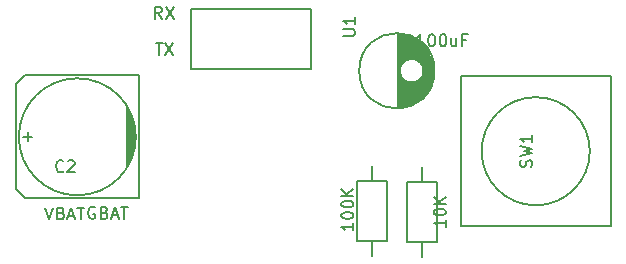
<source format=gto>
G04 #@! TF.FileFunction,Legend,Top*
%FSLAX46Y46*%
G04 Gerber Fmt 4.6, Leading zero omitted, Abs format (unit mm)*
G04 Created by KiCad (PCBNEW 4.0.2+e4-6225~38~ubuntu16.04.1-stable) date 2016년 06월 28일 (화) 오후 06시 01분 50초*
%MOMM*%
G01*
G04 APERTURE LIST*
%ADD10C,0.100000*%
%ADD11C,0.150000*%
%ADD12C,0.152400*%
G04 APERTURE END LIST*
D10*
D11*
X92358600Y-57963400D02*
X92358600Y-64261400D01*
X92498600Y-57969400D02*
X92498600Y-64255400D01*
X92638600Y-57982400D02*
X92638600Y-60666400D01*
X92638600Y-61558400D02*
X92638600Y-64242400D01*
X92778600Y-58001400D02*
X92778600Y-60456400D01*
X92778600Y-61768400D02*
X92778600Y-64223400D01*
X92918600Y-58027400D02*
X92918600Y-60323400D01*
X92918600Y-61901400D02*
X92918600Y-64197400D01*
X93058600Y-58059400D02*
X93058600Y-60232400D01*
X93058600Y-61992400D02*
X93058600Y-64165400D01*
X93198600Y-58098400D02*
X93198600Y-60170400D01*
X93198600Y-62054400D02*
X93198600Y-64126400D01*
X93338600Y-58144400D02*
X93338600Y-60131400D01*
X93338600Y-62093400D02*
X93338600Y-64080400D01*
X93478600Y-58197400D02*
X93478600Y-60114400D01*
X93478600Y-62110400D02*
X93478600Y-64027400D01*
X93618600Y-58259400D02*
X93618600Y-60116400D01*
X93618600Y-62108400D02*
X93618600Y-63965400D01*
X93758600Y-58329400D02*
X93758600Y-60138400D01*
X93758600Y-62086400D02*
X93758600Y-63895400D01*
X93898600Y-58408400D02*
X93898600Y-60181400D01*
X93898600Y-62043400D02*
X93898600Y-63816400D01*
X94038600Y-58496400D02*
X94038600Y-60249400D01*
X94038600Y-61975400D02*
X94038600Y-63728400D01*
X94178600Y-58596400D02*
X94178600Y-60348400D01*
X94178600Y-61876400D02*
X94178600Y-63628400D01*
X94318600Y-58708400D02*
X94318600Y-60493400D01*
X94318600Y-61731400D02*
X94318600Y-63516400D01*
X94458600Y-58833400D02*
X94458600Y-60732400D01*
X94458600Y-61492400D02*
X94458600Y-63391400D01*
X94598600Y-58976400D02*
X94598600Y-63248400D01*
X94738600Y-59138400D02*
X94738600Y-63086400D01*
X94878600Y-59326400D02*
X94878600Y-62898400D01*
X95018600Y-59549400D02*
X95018600Y-62675400D01*
X95158600Y-59825400D02*
X95158600Y-62399400D01*
X95298600Y-60200400D02*
X95298600Y-62024400D01*
X94533600Y-61112400D02*
G75*
G03X94533600Y-61112400I-1000000J0D01*
G01*
X95471100Y-61112400D02*
G75*
G03X95471100Y-61112400I-3187500J0D01*
G01*
X70053200Y-65684400D02*
X70053200Y-67716400D01*
X69926200Y-68097400D02*
X69926200Y-65176400D01*
X69799200Y-64922400D02*
X69799200Y-68478400D01*
X69672200Y-68859400D02*
X69672200Y-64541400D01*
X69545200Y-64287400D02*
X69545200Y-69113400D01*
X69418200Y-69240400D02*
X69418200Y-64160400D01*
X70434200Y-71907400D02*
X70434200Y-61493400D01*
X70434200Y-61493400D02*
X60782200Y-61493400D01*
X60782200Y-61493400D02*
X60020200Y-62255400D01*
X60020200Y-62255400D02*
X60020200Y-71145400D01*
X60020200Y-71145400D02*
X60782200Y-71907400D01*
X60782200Y-71907400D02*
X70434200Y-71907400D01*
X60655200Y-66700400D02*
X61417200Y-66700400D01*
X61036200Y-67081400D02*
X61036200Y-66319400D01*
X70180200Y-66700400D02*
G75*
G03X70180200Y-66700400I-4953000J0D01*
G01*
X95707200Y-70510400D02*
X95707200Y-75590400D01*
X95707200Y-75590400D02*
X93167200Y-75590400D01*
X93167200Y-75590400D02*
X93167200Y-70510400D01*
X93167200Y-70510400D02*
X95707200Y-70510400D01*
X94437200Y-70510400D02*
X94437200Y-69240400D01*
X94437200Y-75590400D02*
X94437200Y-76860400D01*
X88900000Y-75539600D02*
X88900000Y-70459600D01*
X88900000Y-70459600D02*
X91440000Y-70459600D01*
X91440000Y-70459600D02*
X91440000Y-75539600D01*
X91440000Y-75539600D02*
X88900000Y-75539600D01*
X90170000Y-75539600D02*
X90170000Y-76809600D01*
X90170000Y-70459600D02*
X90170000Y-69189600D01*
D12*
X84988400Y-58420000D02*
X84988400Y-55880000D01*
X84988400Y-55880000D02*
X82448400Y-55880000D01*
X82448400Y-55880000D02*
X74828400Y-55880000D01*
X74828400Y-55880000D02*
X74828400Y-60960000D01*
X74828400Y-60960000D02*
X84988400Y-60960000D01*
X84988400Y-60960000D02*
X84988400Y-58420000D01*
D11*
X108617050Y-67919600D02*
G75*
G03X108617050Y-67919600I-4579050J0D01*
G01*
X97688000Y-74269600D02*
X97688000Y-61569600D01*
X97688000Y-61569600D02*
X110388000Y-61569600D01*
X110388000Y-61569600D02*
X110388000Y-74269600D01*
X110388000Y-74269600D02*
X97688000Y-74269600D01*
X94565981Y-59024781D02*
X93994552Y-59024781D01*
X94280266Y-59024781D02*
X94280266Y-58024781D01*
X94185028Y-58167638D01*
X94089790Y-58262876D01*
X93994552Y-58310495D01*
X95185028Y-58024781D02*
X95280267Y-58024781D01*
X95375505Y-58072400D01*
X95423124Y-58120019D01*
X95470743Y-58215257D01*
X95518362Y-58405733D01*
X95518362Y-58643829D01*
X95470743Y-58834305D01*
X95423124Y-58929543D01*
X95375505Y-58977162D01*
X95280267Y-59024781D01*
X95185028Y-59024781D01*
X95089790Y-58977162D01*
X95042171Y-58929543D01*
X94994552Y-58834305D01*
X94946933Y-58643829D01*
X94946933Y-58405733D01*
X94994552Y-58215257D01*
X95042171Y-58120019D01*
X95089790Y-58072400D01*
X95185028Y-58024781D01*
X96137409Y-58024781D02*
X96232648Y-58024781D01*
X96327886Y-58072400D01*
X96375505Y-58120019D01*
X96423124Y-58215257D01*
X96470743Y-58405733D01*
X96470743Y-58643829D01*
X96423124Y-58834305D01*
X96375505Y-58929543D01*
X96327886Y-58977162D01*
X96232648Y-59024781D01*
X96137409Y-59024781D01*
X96042171Y-58977162D01*
X95994552Y-58929543D01*
X95946933Y-58834305D01*
X95899314Y-58643829D01*
X95899314Y-58405733D01*
X95946933Y-58215257D01*
X95994552Y-58120019D01*
X96042171Y-58072400D01*
X96137409Y-58024781D01*
X97327886Y-58358114D02*
X97327886Y-59024781D01*
X96899314Y-58358114D02*
X96899314Y-58881924D01*
X96946933Y-58977162D01*
X97042171Y-59024781D01*
X97185029Y-59024781D01*
X97280267Y-58977162D01*
X97327886Y-58929543D01*
X98137410Y-58500971D02*
X97804076Y-58500971D01*
X97804076Y-59024781D02*
X97804076Y-58024781D01*
X98280267Y-58024781D01*
X64044534Y-69597543D02*
X63996915Y-69645162D01*
X63854058Y-69692781D01*
X63758820Y-69692781D01*
X63615962Y-69645162D01*
X63520724Y-69549924D01*
X63473105Y-69454686D01*
X63425486Y-69264210D01*
X63425486Y-69121352D01*
X63473105Y-68930876D01*
X63520724Y-68835638D01*
X63615962Y-68740400D01*
X63758820Y-68692781D01*
X63854058Y-68692781D01*
X63996915Y-68740400D01*
X64044534Y-68788019D01*
X64425486Y-68788019D02*
X64473105Y-68740400D01*
X64568343Y-68692781D01*
X64806439Y-68692781D01*
X64901677Y-68740400D01*
X64949296Y-68788019D01*
X64996915Y-68883257D01*
X64996915Y-68978495D01*
X64949296Y-69121352D01*
X64377867Y-69692781D01*
X64996915Y-69692781D01*
X96413581Y-73740876D02*
X96413581Y-74312305D01*
X96413581Y-74026591D02*
X95413581Y-74026591D01*
X95556438Y-74121829D01*
X95651676Y-74217067D01*
X95699295Y-74312305D01*
X95413581Y-73121829D02*
X95413581Y-73026590D01*
X95461200Y-72931352D01*
X95508819Y-72883733D01*
X95604057Y-72836114D01*
X95794533Y-72788495D01*
X96032629Y-72788495D01*
X96223105Y-72836114D01*
X96318343Y-72883733D01*
X96365962Y-72931352D01*
X96413581Y-73026590D01*
X96413581Y-73121829D01*
X96365962Y-73217067D01*
X96318343Y-73264686D01*
X96223105Y-73312305D01*
X96032629Y-73359924D01*
X95794533Y-73359924D01*
X95604057Y-73312305D01*
X95508819Y-73264686D01*
X95461200Y-73217067D01*
X95413581Y-73121829D01*
X96413581Y-72359924D02*
X95413581Y-72359924D01*
X96413581Y-71788495D02*
X95842152Y-72217067D01*
X95413581Y-71788495D02*
X95985010Y-72359924D01*
X88590381Y-74013866D02*
X88590381Y-74585295D01*
X88590381Y-74299581D02*
X87590381Y-74299581D01*
X87733238Y-74394819D01*
X87828476Y-74490057D01*
X87876095Y-74585295D01*
X87590381Y-73394819D02*
X87590381Y-73299580D01*
X87638000Y-73204342D01*
X87685619Y-73156723D01*
X87780857Y-73109104D01*
X87971333Y-73061485D01*
X88209429Y-73061485D01*
X88399905Y-73109104D01*
X88495143Y-73156723D01*
X88542762Y-73204342D01*
X88590381Y-73299580D01*
X88590381Y-73394819D01*
X88542762Y-73490057D01*
X88495143Y-73537676D01*
X88399905Y-73585295D01*
X88209429Y-73632914D01*
X87971333Y-73632914D01*
X87780857Y-73585295D01*
X87685619Y-73537676D01*
X87638000Y-73490057D01*
X87590381Y-73394819D01*
X87590381Y-72442438D02*
X87590381Y-72347199D01*
X87638000Y-72251961D01*
X87685619Y-72204342D01*
X87780857Y-72156723D01*
X87971333Y-72109104D01*
X88209429Y-72109104D01*
X88399905Y-72156723D01*
X88495143Y-72204342D01*
X88542762Y-72251961D01*
X88590381Y-72347199D01*
X88590381Y-72442438D01*
X88542762Y-72537676D01*
X88495143Y-72585295D01*
X88399905Y-72632914D01*
X88209429Y-72680533D01*
X87971333Y-72680533D01*
X87780857Y-72632914D01*
X87685619Y-72585295D01*
X87638000Y-72537676D01*
X87590381Y-72442438D01*
X88590381Y-71680533D02*
X87590381Y-71680533D01*
X88590381Y-71109104D02*
X88018952Y-71537676D01*
X87590381Y-71109104D02*
X88161810Y-71680533D01*
X87742781Y-58165905D02*
X88552305Y-58165905D01*
X88647543Y-58118286D01*
X88695162Y-58070667D01*
X88742781Y-57975429D01*
X88742781Y-57784952D01*
X88695162Y-57689714D01*
X88647543Y-57642095D01*
X88552305Y-57594476D01*
X87742781Y-57594476D01*
X88742781Y-56594476D02*
X88742781Y-57165905D01*
X88742781Y-56880191D02*
X87742781Y-56880191D01*
X87885638Y-56975429D01*
X87980876Y-57070667D01*
X88028495Y-57165905D01*
X72375734Y-56687981D02*
X72042400Y-56211790D01*
X71804305Y-56687981D02*
X71804305Y-55687981D01*
X72185258Y-55687981D01*
X72280496Y-55735600D01*
X72328115Y-55783219D01*
X72375734Y-55878457D01*
X72375734Y-56021314D01*
X72328115Y-56116552D01*
X72280496Y-56164171D01*
X72185258Y-56211790D01*
X71804305Y-56211790D01*
X72709067Y-55687981D02*
X73375734Y-56687981D01*
X73375734Y-55687981D02*
X72709067Y-56687981D01*
X71882095Y-58786781D02*
X72453524Y-58786781D01*
X72167809Y-59786781D02*
X72167809Y-58786781D01*
X72691619Y-58786781D02*
X73358286Y-59786781D01*
X73358286Y-58786781D02*
X72691619Y-59786781D01*
X62517543Y-72687181D02*
X62850876Y-73687181D01*
X63184210Y-72687181D01*
X63850877Y-73163371D02*
X63993734Y-73210990D01*
X64041353Y-73258610D01*
X64088972Y-73353848D01*
X64088972Y-73496705D01*
X64041353Y-73591943D01*
X63993734Y-73639562D01*
X63898496Y-73687181D01*
X63517543Y-73687181D01*
X63517543Y-72687181D01*
X63850877Y-72687181D01*
X63946115Y-72734800D01*
X63993734Y-72782419D01*
X64041353Y-72877657D01*
X64041353Y-72972895D01*
X63993734Y-73068133D01*
X63946115Y-73115752D01*
X63850877Y-73163371D01*
X63517543Y-73163371D01*
X64469924Y-73401467D02*
X64946115Y-73401467D01*
X64374686Y-73687181D02*
X64708019Y-72687181D01*
X65041353Y-73687181D01*
X65231829Y-72687181D02*
X65803258Y-72687181D01*
X65517543Y-73687181D02*
X65517543Y-72687181D01*
X66719581Y-72684000D02*
X66624343Y-72636381D01*
X66481486Y-72636381D01*
X66338628Y-72684000D01*
X66243390Y-72779238D01*
X66195771Y-72874476D01*
X66148152Y-73064952D01*
X66148152Y-73207810D01*
X66195771Y-73398286D01*
X66243390Y-73493524D01*
X66338628Y-73588762D01*
X66481486Y-73636381D01*
X66576724Y-73636381D01*
X66719581Y-73588762D01*
X66767200Y-73541143D01*
X66767200Y-73207810D01*
X66576724Y-73207810D01*
X67529105Y-73112571D02*
X67671962Y-73160190D01*
X67719581Y-73207810D01*
X67767200Y-73303048D01*
X67767200Y-73445905D01*
X67719581Y-73541143D01*
X67671962Y-73588762D01*
X67576724Y-73636381D01*
X67195771Y-73636381D01*
X67195771Y-72636381D01*
X67529105Y-72636381D01*
X67624343Y-72684000D01*
X67671962Y-72731619D01*
X67719581Y-72826857D01*
X67719581Y-72922095D01*
X67671962Y-73017333D01*
X67624343Y-73064952D01*
X67529105Y-73112571D01*
X67195771Y-73112571D01*
X68148152Y-73350667D02*
X68624343Y-73350667D01*
X68052914Y-73636381D02*
X68386247Y-72636381D01*
X68719581Y-73636381D01*
X68910057Y-72636381D02*
X69481486Y-72636381D01*
X69195771Y-73636381D02*
X69195771Y-72636381D01*
X103680762Y-69252933D02*
X103728381Y-69110076D01*
X103728381Y-68871980D01*
X103680762Y-68776742D01*
X103633143Y-68729123D01*
X103537905Y-68681504D01*
X103442667Y-68681504D01*
X103347429Y-68729123D01*
X103299810Y-68776742D01*
X103252190Y-68871980D01*
X103204571Y-69062457D01*
X103156952Y-69157695D01*
X103109333Y-69205314D01*
X103014095Y-69252933D01*
X102918857Y-69252933D01*
X102823619Y-69205314D01*
X102776000Y-69157695D01*
X102728381Y-69062457D01*
X102728381Y-68824361D01*
X102776000Y-68681504D01*
X102728381Y-68348171D02*
X103728381Y-68110076D01*
X103014095Y-67919599D01*
X103728381Y-67729123D01*
X102728381Y-67491028D01*
X103728381Y-66586266D02*
X103728381Y-67157695D01*
X103728381Y-66871981D02*
X102728381Y-66871981D01*
X102871238Y-66967219D01*
X102966476Y-67062457D01*
X103014095Y-67157695D01*
M02*

</source>
